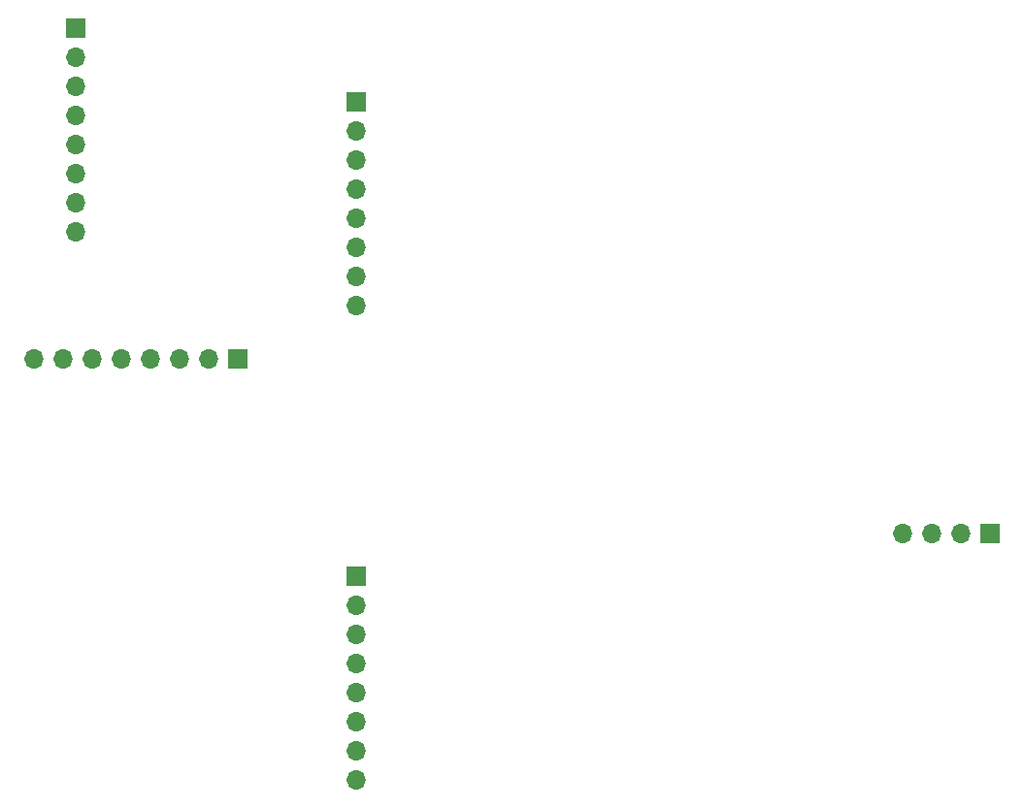
<source format=gbs>
%TF.GenerationSoftware,KiCad,Pcbnew,7.0.9*%
%TF.CreationDate,2024-01-11T18:59:10+08:00*%
%TF.ProjectId,UINIO-Monitor,55494e49-4f2d-44d6-9f6e-69746f722e6b,Version 3.2.1*%
%TF.SameCoordinates,PXbd63e30PY4088ff0*%
%TF.FileFunction,Soldermask,Bot*%
%TF.FilePolarity,Negative*%
%FSLAX46Y46*%
G04 Gerber Fmt 4.6, Leading zero omitted, Abs format (unit mm)*
G04 Created by KiCad (PCBNEW 7.0.9) date 2024-01-11 18:59:10*
%MOMM*%
%LPD*%
G01*
G04 APERTURE LIST*
%ADD10R,1.700000X1.700000*%
%ADD11O,1.700000X1.700000*%
G04 APERTURE END LIST*
D10*
%TO.C,J2*%
X-61811321Y-13481320D03*
D11*
X-61811321Y-16021320D03*
X-61811321Y-18561320D03*
X-61811321Y-21101320D03*
X-61811321Y-23641320D03*
X-61811321Y-26181320D03*
X-61811321Y-28721320D03*
X-61811321Y-31261320D03*
%TD*%
D10*
%TO.C,J7*%
X-72121322Y-35911320D03*
D11*
X-74661322Y-35911320D03*
X-77201322Y-35911320D03*
X-79741322Y-35911320D03*
X-82281322Y-35911320D03*
X-84821322Y-35911320D03*
X-87361322Y-35911320D03*
X-89901322Y-35911320D03*
%TD*%
D10*
%TO.C,J3*%
X-6551321Y-51171320D03*
D11*
X-9091321Y-51171320D03*
X-11631321Y-51171320D03*
X-14171321Y-51171320D03*
%TD*%
D10*
%TO.C,J1*%
X-61811321Y-54921320D03*
D11*
X-61811321Y-57461320D03*
X-61811321Y-60001320D03*
X-61811321Y-62541320D03*
X-61811321Y-65081320D03*
X-61811321Y-67621320D03*
X-61811321Y-70161320D03*
X-61811321Y-72701320D03*
%TD*%
D10*
%TO.C,J4*%
X-86311321Y-7111320D03*
D11*
X-86311321Y-9651320D03*
X-86311321Y-12191320D03*
X-86311321Y-14731320D03*
X-86311321Y-17271320D03*
X-86311321Y-19811320D03*
X-86311321Y-22351320D03*
X-86311321Y-24891320D03*
%TD*%
M02*

</source>
